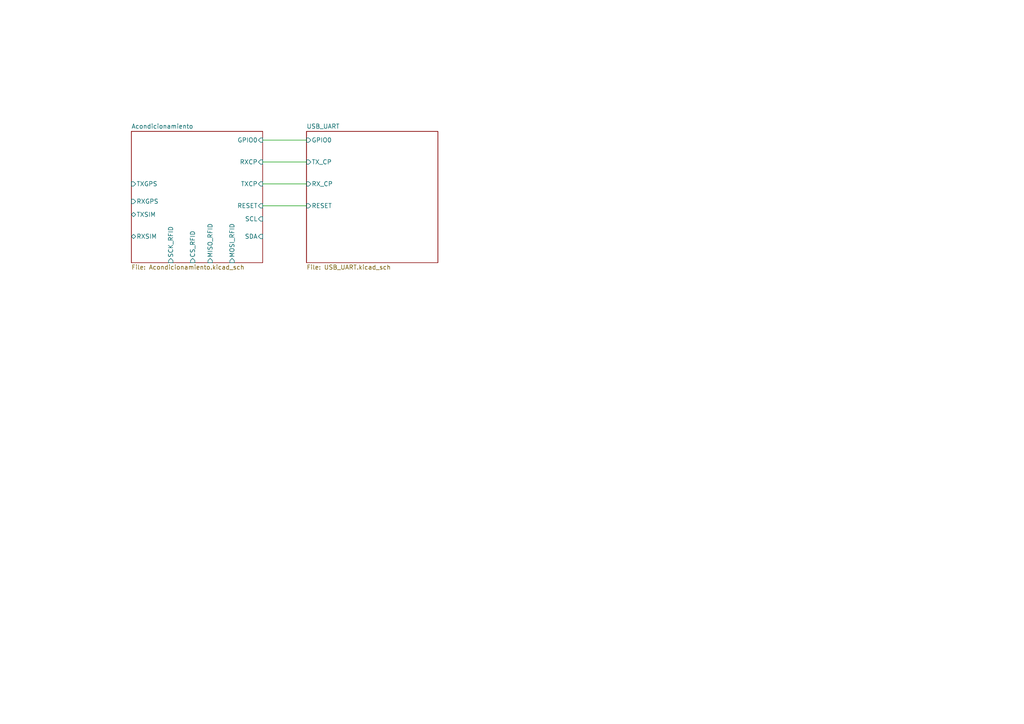
<source format=kicad_sch>
(kicad_sch (version 20211123) (generator eeschema)
  (paper "A4")
  (lib_symbols)
  (wire (pts (xy 76.2 46.99) (xy 88.9 46.99)))
  (wire (pts (xy 76.2 53.34) (xy 88.9 53.34)))
  (wire (pts (xy 76.2 40.64) (xy 88.9 40.64)))
  (wire (pts (xy 76.2 59.69) (xy 88.9 59.69)))
  (sheet (at 88.9 38.1) (size 38.1 38.1) (stroke (width 0.1524))
    (property "Sheet name" "USB_UART" (at 88.9 37.3884 0) (effects (justify left bottom)))
    (property "Sheet file" "USB_UART.kicad_sch" (at 88.9 76.7846 0) (effects (justify left top)))
    (pin "TX_CP" input (at 88.9 46.99 180))
    (pin "RX_CP" input (at 88.9 53.34 180))
    (pin "RESET" input (at 88.9 59.69 180))
    (pin "GPIO0" input (at 88.9 40.64 180))
  )
  (sheet (at 38.1 38.1) (size 38.1 38.1) (stroke (width 0.1524))
    (property "Sheet name" "Acondicionamiento" (at 38.1 37.3884 0) (effects (justify left bottom)))
    (property "Sheet file" "Acondicionamiento.kicad_sch" (at 38.1 76.7846 0) (effects (justify left top)))
    (pin "CS_RFID" input (at 55.88 76.2 270))
    (pin "SCK_RFID" input (at 49.53 76.2 270))
    (pin "MISO_RFID" input (at 60.96 76.2 270))
    (pin "RESET" input (at 76.2 59.69 0))
    (pin "SCL" input (at 76.2 63.5 0))
    (pin "SDA" input (at 76.2 68.58 0))
    (pin "MOSI_RFID" input (at 67.31 76.2 270))
    (pin "TXCP" input (at 76.2 53.34 0))
    (pin "RXCP" input (at 76.2 46.99 0))
    (pin "GPIO0" input (at 76.2 40.64 0))
    (pin "RXSIM" bidirectional (at 38.1 68.58 180))
    (pin "TXSIM" bidirectional (at 38.1 62.23 180))
    (pin "RXGPS" input (at 38.1 58.42 180))
    (pin "TXGPS" input (at 38.1 53.34 180))
  )
)
</source>
